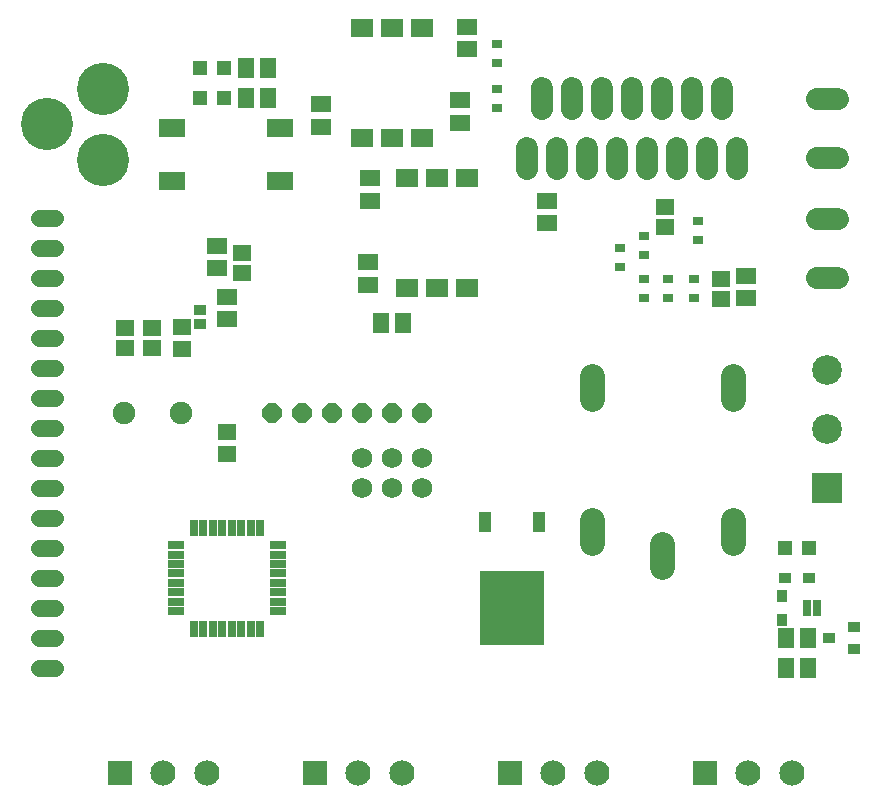
<source format=gts>
G75*
%MOIN*%
%OFA0B0*%
%FSLAX25Y25*%
%IPPOS*%
%LPD*%
%AMOC8*
5,1,8,0,0,1.08239X$1,22.5*
%
%ADD10R,0.06306X0.05518*%
%ADD11R,0.03550X0.02762*%
%ADD12R,0.03550X0.04337*%
%ADD13R,0.04337X0.03550*%
%ADD14OC8,0.06400*%
%ADD15R,0.02600X0.05400*%
%ADD16R,0.05400X0.02600*%
%ADD17C,0.07487*%
%ADD18C,0.06800*%
%ADD19C,0.17400*%
%ADD20R,0.09900X0.09900*%
%ADD21C,0.09900*%
%ADD22R,0.02900X0.05400*%
%ADD23R,0.07408X0.06384*%
%ADD24R,0.03943X0.03550*%
%ADD25R,0.05518X0.06699*%
%ADD26R,0.06699X0.05518*%
%ADD27R,0.03943X0.03746*%
%ADD28C,0.07450*%
%ADD29C,0.07487*%
%ADD30R,0.08700X0.05900*%
%ADD31C,0.08200*%
%ADD32R,0.05124X0.05124*%
%ADD33R,0.21660X0.24809*%
%ADD34R,0.04337X0.06699*%
%ADD35R,0.08400X0.08400*%
%ADD36C,0.08400*%
%ADD37C,0.05600*%
D10*
X0074167Y0123060D03*
X0074167Y0130540D03*
X0059167Y0158060D03*
X0059167Y0165540D03*
X0049167Y0165146D03*
X0049167Y0158454D03*
X0040167Y0158454D03*
X0040167Y0165146D03*
X0079167Y0183454D03*
X0079167Y0190146D03*
X0220167Y0198954D03*
X0220167Y0205646D03*
X0238667Y0181646D03*
X0238667Y0174954D03*
D11*
X0229667Y0175150D03*
X0229667Y0181450D03*
X0221167Y0181450D03*
X0221167Y0175150D03*
X0213167Y0175150D03*
X0213167Y0181450D03*
X0213167Y0189650D03*
X0213167Y0195950D03*
X0205167Y0191950D03*
X0205167Y0185650D03*
X0231167Y0194650D03*
X0231167Y0200950D03*
X0164167Y0238650D03*
X0164167Y0244950D03*
X0164167Y0253650D03*
X0164167Y0259950D03*
D12*
X0259167Y0075737D03*
X0259167Y0067863D03*
D13*
X0260230Y0081800D03*
X0268104Y0081800D03*
D14*
X0139167Y0136800D03*
X0129167Y0136800D03*
X0119167Y0136800D03*
X0109167Y0136800D03*
X0099167Y0136800D03*
X0089167Y0136800D03*
D15*
X0085190Y0098700D03*
X0082041Y0098700D03*
X0078891Y0098700D03*
X0075741Y0098700D03*
X0072592Y0098700D03*
X0069442Y0098700D03*
X0066293Y0098700D03*
X0063143Y0098700D03*
X0063143Y0064900D03*
X0066293Y0064900D03*
X0069442Y0064900D03*
X0072592Y0064900D03*
X0075741Y0064900D03*
X0078891Y0064900D03*
X0082041Y0064900D03*
X0085190Y0064900D03*
D16*
X0091067Y0070776D03*
X0091067Y0073926D03*
X0091067Y0077076D03*
X0091067Y0080225D03*
X0091067Y0083375D03*
X0091067Y0086524D03*
X0091067Y0089674D03*
X0091067Y0092824D03*
X0057267Y0092824D03*
X0057267Y0089674D03*
X0057267Y0086524D03*
X0057267Y0083375D03*
X0057267Y0080225D03*
X0057267Y0077076D03*
X0057267Y0073926D03*
X0057267Y0070776D03*
D17*
X0174167Y0218257D02*
X0174167Y0225343D01*
X0184167Y0225343D02*
X0184167Y0218257D01*
X0194167Y0218257D02*
X0194167Y0225343D01*
X0204167Y0225343D02*
X0204167Y0218257D01*
X0214167Y0218257D02*
X0214167Y0225343D01*
X0224167Y0225343D02*
X0224167Y0218257D01*
X0234167Y0218257D02*
X0234167Y0225343D01*
X0244167Y0225343D02*
X0244167Y0218257D01*
X0239167Y0238257D02*
X0239167Y0245343D01*
X0229167Y0245343D02*
X0229167Y0238257D01*
X0219167Y0238257D02*
X0219167Y0245343D01*
X0209167Y0245343D02*
X0209167Y0238257D01*
X0199167Y0238257D02*
X0199167Y0245343D01*
X0189167Y0245343D02*
X0189167Y0238257D01*
X0179167Y0238257D02*
X0179167Y0245343D01*
D18*
X0139167Y0121800D03*
X0139167Y0111800D03*
X0129167Y0111800D03*
X0119167Y0111800D03*
X0119167Y0121800D03*
X0129167Y0121800D03*
D19*
X0032667Y0221363D03*
X0014163Y0233174D03*
X0032667Y0244985D03*
D20*
X0274167Y0111800D03*
D21*
X0274167Y0131485D03*
X0274167Y0151170D03*
D22*
X0270938Y0071800D03*
X0267395Y0071800D03*
D23*
X0154167Y0178513D03*
X0144167Y0178513D03*
X0134167Y0178513D03*
X0134167Y0215087D03*
X0144167Y0215087D03*
X0154167Y0215087D03*
X0139167Y0228513D03*
X0129167Y0228513D03*
X0119167Y0228513D03*
X0119167Y0265087D03*
X0129167Y0265087D03*
X0139167Y0265087D03*
D24*
X0283104Y0065540D03*
X0283104Y0058060D03*
X0274836Y0061800D03*
D25*
X0267907Y0061800D03*
X0260427Y0061800D03*
X0260427Y0051800D03*
X0267907Y0051800D03*
X0132907Y0166800D03*
X0125427Y0166800D03*
X0087907Y0241800D03*
X0080427Y0241800D03*
X0080427Y0251800D03*
X0087907Y0251800D03*
D26*
X0105348Y0239753D03*
X0105348Y0232272D03*
X0121667Y0215040D03*
X0121667Y0207560D03*
X0121167Y0187040D03*
X0121167Y0179560D03*
X0074167Y0175540D03*
X0074167Y0168060D03*
X0070667Y0185060D03*
X0070667Y0192540D03*
X0151667Y0233560D03*
X0151667Y0241040D03*
X0154167Y0258060D03*
X0154167Y0265540D03*
X0180667Y0207540D03*
X0180667Y0200060D03*
X0247167Y0182540D03*
X0247167Y0175060D03*
D27*
X0065167Y0171083D03*
X0065167Y0166517D03*
D28*
X0270642Y0181957D02*
X0277692Y0181957D01*
X0277692Y0201643D02*
X0270642Y0201643D01*
X0270642Y0221957D02*
X0277692Y0221957D01*
X0277692Y0241643D02*
X0270642Y0241643D01*
D29*
X0058667Y0136800D03*
X0039667Y0136800D03*
D30*
X0055767Y0214100D03*
X0055767Y0231800D03*
X0091667Y0231800D03*
X0091667Y0214100D03*
D31*
X0195667Y0149200D02*
X0195667Y0141400D01*
X0195667Y0101200D02*
X0195667Y0093400D01*
X0219167Y0093200D02*
X0219167Y0085400D01*
X0242667Y0093400D02*
X0242667Y0101200D01*
X0242667Y0141400D02*
X0242667Y0149200D01*
D32*
X0260033Y0091800D03*
X0268301Y0091800D03*
X0073301Y0241800D03*
X0065033Y0241800D03*
X0065033Y0251800D03*
X0073301Y0251800D03*
D33*
X0169167Y0071957D03*
D34*
X0178143Y0100698D03*
X0160190Y0100698D03*
D35*
X0038467Y0016800D03*
X0103467Y0016800D03*
X0168467Y0016800D03*
X0233467Y0016800D03*
D36*
X0247946Y0016800D03*
X0262426Y0016800D03*
X0197426Y0016800D03*
X0182946Y0016800D03*
X0132426Y0016800D03*
X0117946Y0016800D03*
X0067426Y0016800D03*
X0052946Y0016800D03*
D37*
X0016767Y0051800D02*
X0011567Y0051800D01*
X0011567Y0061800D02*
X0016767Y0061800D01*
X0016767Y0071800D02*
X0011567Y0071800D01*
X0011567Y0081800D02*
X0016767Y0081800D01*
X0016767Y0091800D02*
X0011567Y0091800D01*
X0011567Y0101800D02*
X0016767Y0101800D01*
X0016767Y0111800D02*
X0011567Y0111800D01*
X0011567Y0121800D02*
X0016767Y0121800D01*
X0016767Y0131800D02*
X0011567Y0131800D01*
X0011567Y0141800D02*
X0016767Y0141800D01*
X0016767Y0151800D02*
X0011567Y0151800D01*
X0011567Y0161800D02*
X0016767Y0161800D01*
X0016767Y0171800D02*
X0011567Y0171800D01*
X0011567Y0181800D02*
X0016767Y0181800D01*
X0016767Y0191800D02*
X0011567Y0191800D01*
X0011567Y0201800D02*
X0016767Y0201800D01*
M02*

</source>
